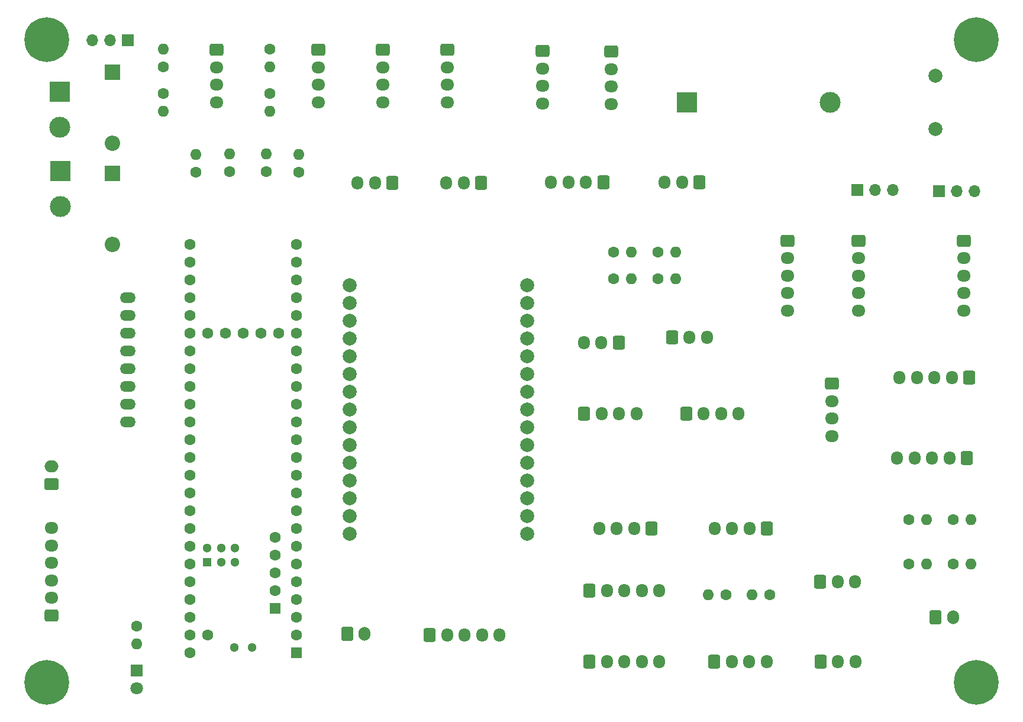
<source format=gts>
G04 #@! TF.GenerationSoftware,KiCad,Pcbnew,(5.99.0-10988-gd8b1e827c7)*
G04 #@! TF.CreationDate,2021-11-29T12:53:35+01:00*
G04 #@! TF.ProjectId,TeensyPCB,5465656e-7379-4504-9342-2e6b69636164,rev?*
G04 #@! TF.SameCoordinates,Original*
G04 #@! TF.FileFunction,Soldermask,Top*
G04 #@! TF.FilePolarity,Negative*
%FSLAX46Y46*%
G04 Gerber Fmt 4.6, Leading zero omitted, Abs format (unit mm)*
G04 Created by KiCad (PCBNEW (5.99.0-10988-gd8b1e827c7)) date 2021-11-29 12:53:35*
%MOMM*%
%LPD*%
G01*
G04 APERTURE LIST*
G04 Aperture macros list*
%AMRoundRect*
0 Rectangle with rounded corners*
0 $1 Rounding radius*
0 $2 $3 $4 $5 $6 $7 $8 $9 X,Y pos of 4 corners*
0 Add a 4 corners polygon primitive as box body*
4,1,4,$2,$3,$4,$5,$6,$7,$8,$9,$2,$3,0*
0 Add four circle primitives for the rounded corners*
1,1,$1+$1,$2,$3*
1,1,$1+$1,$4,$5*
1,1,$1+$1,$6,$7*
1,1,$1+$1,$8,$9*
0 Add four rect primitives between the rounded corners*
20,1,$1+$1,$2,$3,$4,$5,0*
20,1,$1+$1,$4,$5,$6,$7,0*
20,1,$1+$1,$6,$7,$8,$9,0*
20,1,$1+$1,$8,$9,$2,$3,0*%
G04 Aperture macros list end*
%ADD10RoundRect,0.250000X-0.725000X0.600000X-0.725000X-0.600000X0.725000X-0.600000X0.725000X0.600000X0*%
%ADD11O,1.950000X1.700000*%
%ADD12RoundRect,0.250000X0.600000X0.725000X-0.600000X0.725000X-0.600000X-0.725000X0.600000X-0.725000X0*%
%ADD13O,1.700000X1.950000*%
%ADD14RoundRect,0.250000X-0.600000X-0.750000X0.600000X-0.750000X0.600000X0.750000X-0.600000X0.750000X0*%
%ADD15O,1.700000X2.000000*%
%ADD16C,1.600000*%
%ADD17O,1.600000X1.600000*%
%ADD18C,2.000000*%
%ADD19R,1.800000X1.800000*%
%ADD20C,1.800000*%
%ADD21R,2.200000X2.200000*%
%ADD22O,2.200000X2.200000*%
%ADD23R,3.000000X3.000000*%
%ADD24C,3.000000*%
%ADD25RoundRect,0.250000X-0.600000X-0.725000X0.600000X-0.725000X0.600000X0.725000X-0.600000X0.725000X0*%
%ADD26C,3.600000*%
%ADD27C,6.400000*%
%ADD28R,1.600000X1.600000*%
%ADD29R,1.300000X1.300000*%
%ADD30C,1.300000*%
%ADD31R,1.700000X1.700000*%
%ADD32O,1.700000X1.700000*%
%ADD33O,2.268000X1.524000*%
%ADD34RoundRect,0.250000X0.725000X-0.600000X0.725000X0.600000X-0.725000X0.600000X-0.725000X-0.600000X0*%
%ADD35RoundRect,0.250000X0.750000X-0.600000X0.750000X0.600000X-0.750000X0.600000X-0.750000X-0.600000X0*%
%ADD36O,2.000000X1.700000*%
G04 APERTURE END LIST*
D10*
X100330000Y-39490000D03*
D11*
X100330000Y-41990000D03*
X100330000Y-44490000D03*
X100330000Y-46990000D03*
D10*
X81890000Y-39490000D03*
D11*
X81890000Y-41990000D03*
X81890000Y-44490000D03*
X81890000Y-46990000D03*
D12*
X122646000Y-58450000D03*
D13*
X120146000Y-58450000D03*
X117646000Y-58450000D03*
X115146000Y-58450000D03*
D12*
X136398000Y-58420000D03*
D13*
X133898000Y-58420000D03*
X131398000Y-58420000D03*
D10*
X113976000Y-39659000D03*
D11*
X113976000Y-42159000D03*
X113976000Y-44659000D03*
X113976000Y-47159000D03*
D10*
X123786000Y-39749000D03*
D11*
X123786000Y-42249000D03*
X123786000Y-44749000D03*
X123786000Y-47249000D03*
D12*
X92456000Y-58547000D03*
D13*
X89956000Y-58547000D03*
X87456000Y-58547000D03*
D14*
X85979000Y-123063000D03*
D15*
X88479000Y-123063000D03*
D16*
X79101000Y-56988000D03*
D17*
X79101000Y-54448000D03*
D16*
X74391000Y-56898000D03*
D17*
X74391000Y-54358000D03*
D16*
X64361000Y-56988000D03*
D17*
X64361000Y-54448000D03*
D16*
X69151000Y-56898000D03*
D17*
X69151000Y-54358000D03*
D16*
X55880000Y-121920000D03*
D17*
X55880000Y-124460000D03*
D18*
X170180000Y-43200360D03*
X170180000Y-50800040D03*
D19*
X55880000Y-128270000D03*
D20*
X55880000Y-130810000D03*
D12*
X105156000Y-58547000D03*
D13*
X102656000Y-58547000D03*
X100156000Y-58547000D03*
D21*
X52370000Y-42672000D03*
D22*
X52370000Y-52832000D03*
D21*
X52370000Y-57150000D03*
D22*
X52370000Y-67310000D03*
D23*
X44890000Y-45510000D03*
D24*
X44890000Y-50590000D03*
D23*
X44990000Y-56800000D03*
D24*
X44990000Y-61880000D03*
D10*
X91070000Y-39490000D03*
D11*
X91070000Y-41990000D03*
X91070000Y-44490000D03*
X91070000Y-46990000D03*
D16*
X74930000Y-45720000D03*
D17*
X74930000Y-48260000D03*
D16*
X74930000Y-39370000D03*
D17*
X74930000Y-41910000D03*
D25*
X132461000Y-80645000D03*
D13*
X134961000Y-80645000D03*
X137461000Y-80645000D03*
D26*
X43000000Y-38000000D03*
D27*
X43000000Y-38000000D03*
X176000000Y-38000000D03*
D26*
X176000000Y-38000000D03*
D27*
X176000000Y-130000000D03*
D26*
X176000000Y-130000000D03*
X43000000Y-130000000D03*
D27*
X43000000Y-130000000D03*
D12*
X174677000Y-97907600D03*
D13*
X172177000Y-97907600D03*
X169677000Y-97907600D03*
X167177000Y-97907600D03*
X164677000Y-97907600D03*
D28*
X78740000Y-125730000D03*
D16*
X78740000Y-123190000D03*
X78740000Y-120650000D03*
X78740000Y-118110000D03*
X78740000Y-115570000D03*
X78740000Y-113030000D03*
X78740000Y-110490000D03*
X78740000Y-107950000D03*
X78740000Y-105410000D03*
X78740000Y-102870000D03*
X78740000Y-100330000D03*
X78740000Y-97790000D03*
X78740000Y-95250000D03*
X78740000Y-92710000D03*
X78740000Y-90170000D03*
X78740000Y-87630000D03*
X78740000Y-85090000D03*
X78740000Y-82550000D03*
X78740000Y-80010000D03*
X78740000Y-77470000D03*
X78740000Y-74930000D03*
X78740000Y-72390000D03*
X78740000Y-69850000D03*
X78740000Y-67310000D03*
X63500000Y-67310000D03*
X63500000Y-69850000D03*
X63500000Y-72390000D03*
X63500000Y-74930000D03*
X63500000Y-77470000D03*
X63500000Y-80010000D03*
X63500000Y-82550000D03*
X63500000Y-85090000D03*
X63500000Y-87630000D03*
X63500000Y-90170000D03*
X63500000Y-92710000D03*
X63500000Y-95250000D03*
X63500000Y-97790000D03*
X63500000Y-100330000D03*
X63500000Y-102870000D03*
X63500000Y-105410000D03*
X63500000Y-107950000D03*
X63500000Y-110490000D03*
X63500000Y-113030000D03*
X63500000Y-115570000D03*
X63500000Y-118110000D03*
X63500000Y-120650000D03*
X63500000Y-123190000D03*
X63500000Y-125730000D03*
X66040000Y-123190000D03*
X76200000Y-80010000D03*
X73660000Y-80010000D03*
X71120000Y-80010000D03*
X68580000Y-80010000D03*
X66040000Y-80010000D03*
D28*
X75689200Y-119430800D03*
D16*
X75689200Y-116890800D03*
X75689200Y-114350800D03*
X75689200Y-111810800D03*
X75689200Y-109270800D03*
D29*
X65938400Y-112760000D03*
D30*
X67938400Y-112760000D03*
X69938400Y-112760000D03*
X69938400Y-110760000D03*
X67938400Y-110760000D03*
X65938400Y-110760000D03*
X69850000Y-125000000D03*
X72390000Y-125000000D03*
D31*
X54610000Y-38100000D03*
D32*
X52070000Y-38100000D03*
X49530000Y-38100000D03*
D25*
X134493000Y-91567000D03*
D13*
X136993000Y-91567000D03*
X139493000Y-91567000D03*
X141993000Y-91567000D03*
D25*
X119881000Y-91567000D03*
D13*
X122381000Y-91567000D03*
X124881000Y-91567000D03*
X127381000Y-91567000D03*
D10*
X148971000Y-66802000D03*
D11*
X148971000Y-69302000D03*
X148971000Y-71802000D03*
X148971000Y-74302000D03*
X148971000Y-76802000D03*
D10*
X159131000Y-66802000D03*
D11*
X159131000Y-69302000D03*
X159131000Y-71802000D03*
X159131000Y-74302000D03*
X159131000Y-76802000D03*
D10*
X174244000Y-66802000D03*
D11*
X174244000Y-69302000D03*
X174244000Y-71802000D03*
X174244000Y-74302000D03*
X174244000Y-76802000D03*
D31*
X159004000Y-59563000D03*
D32*
X161544000Y-59563000D03*
X164084000Y-59563000D03*
D31*
X170688000Y-59690000D03*
D32*
X173228000Y-59690000D03*
X175768000Y-59690000D03*
D16*
X124079000Y-72263000D03*
D17*
X126619000Y-72263000D03*
D16*
X130429000Y-68453000D03*
D17*
X132969000Y-68453000D03*
D16*
X124079000Y-68453000D03*
D17*
X126619000Y-68453000D03*
D16*
X130429000Y-72263000D03*
D17*
X132969000Y-72263000D03*
D16*
X59690000Y-45720000D03*
D17*
X59690000Y-48260000D03*
D16*
X59690000Y-41910000D03*
D17*
X59690000Y-39370000D03*
D33*
X54610000Y-92710000D03*
X54610000Y-90170000D03*
X54610000Y-87630000D03*
X54610000Y-85090000D03*
X54610000Y-82550000D03*
X54610000Y-80010000D03*
X54610000Y-77470000D03*
X54610000Y-74930000D03*
D10*
X67310000Y-39490000D03*
D11*
X67310000Y-41990000D03*
X67310000Y-44490000D03*
X67310000Y-46990000D03*
D34*
X43688000Y-120396000D03*
D11*
X43688000Y-117896000D03*
X43688000Y-115396000D03*
X43688000Y-112896000D03*
X43688000Y-110396000D03*
X43688000Y-107896000D03*
D23*
X134620000Y-46990000D03*
D24*
X155110000Y-46990000D03*
D35*
X43688000Y-101600000D03*
D36*
X43688000Y-99100000D03*
D25*
X97790000Y-123190000D03*
D13*
X100290000Y-123190000D03*
X102790000Y-123190000D03*
X105290000Y-123190000D03*
X107790000Y-123190000D03*
D12*
X175006000Y-86360000D03*
D13*
X172506000Y-86360000D03*
X170006000Y-86360000D03*
X167506000Y-86360000D03*
X165006000Y-86360000D03*
D12*
X124841000Y-81407000D03*
D13*
X122341000Y-81407000D03*
X119841000Y-81407000D03*
D10*
X155321000Y-87249000D03*
D11*
X155321000Y-89749000D03*
X155321000Y-92249000D03*
X155321000Y-94749000D03*
D25*
X120650000Y-127000000D03*
D13*
X123150000Y-127000000D03*
X125650000Y-127000000D03*
X128150000Y-127000000D03*
X130650000Y-127000000D03*
D25*
X120650000Y-116840000D03*
D13*
X123150000Y-116840000D03*
X125650000Y-116840000D03*
X128150000Y-116840000D03*
X130650000Y-116840000D03*
D25*
X138510000Y-127000000D03*
D13*
X141010000Y-127000000D03*
X143510000Y-127000000D03*
X146010000Y-127000000D03*
D16*
X140208000Y-117475000D03*
D17*
X137668000Y-117475000D03*
D16*
X146431000Y-117475000D03*
D17*
X143891000Y-117475000D03*
D18*
X86360000Y-73152000D03*
X86360000Y-75692000D03*
X86360000Y-78232000D03*
X86360000Y-80772000D03*
X86360000Y-83312000D03*
X86360000Y-85852000D03*
X86360000Y-88392000D03*
X86360000Y-90932000D03*
X86360000Y-93472000D03*
X86360000Y-96012000D03*
X86360000Y-98552000D03*
X86360000Y-101092000D03*
X86360000Y-103632000D03*
X86360000Y-106172000D03*
X86360000Y-108712000D03*
X111760000Y-108712000D03*
X111760000Y-106172000D03*
X111760000Y-103632000D03*
X111760000Y-101092000D03*
X111760000Y-98552000D03*
X111760000Y-96012000D03*
X111760000Y-93472000D03*
X111760000Y-90932000D03*
X111760000Y-88392000D03*
X111760000Y-85852000D03*
X111760000Y-83312000D03*
X111760000Y-80772000D03*
X111760000Y-78232000D03*
X111760000Y-75692000D03*
X111760000Y-73152000D03*
D25*
X153670000Y-115570000D03*
D13*
X156170000Y-115570000D03*
X158670000Y-115570000D03*
D12*
X129540000Y-107950000D03*
D13*
X127040000Y-107950000D03*
X124540000Y-107950000D03*
X122040000Y-107950000D03*
D25*
X153710000Y-127000000D03*
D13*
X156210000Y-127000000D03*
X158710000Y-127000000D03*
D12*
X146050000Y-107950000D03*
D13*
X143550000Y-107950000D03*
X141050000Y-107950000D03*
X138550000Y-107950000D03*
D16*
X166370000Y-106680000D03*
D17*
X168910000Y-106680000D03*
D16*
X172720000Y-106680000D03*
D17*
X175260000Y-106680000D03*
D16*
X166370000Y-113030000D03*
D17*
X168910000Y-113030000D03*
D16*
X172720000Y-113030000D03*
D17*
X175260000Y-113030000D03*
D14*
X170180000Y-120650000D03*
D15*
X172680000Y-120650000D03*
M02*

</source>
